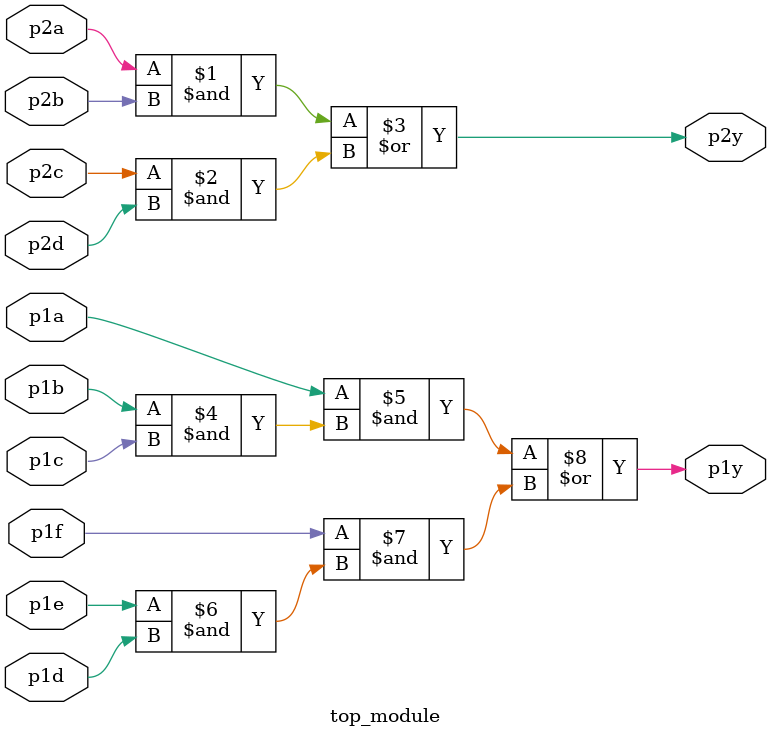
<source format=v>
module top_module ( 
    input p1a, p1b, p1c, p1d, p1e, p1f,
    output p1y,
    input p2a, p2b, p2c, p2d,
    output p2y );
    assign p2y = ((p2a&p2b)|(p2c&p2d));
    assign p1y = ((p1a&(p1b&p1c))|(p1f&(p1e&p1d)));


endmodule

</source>
